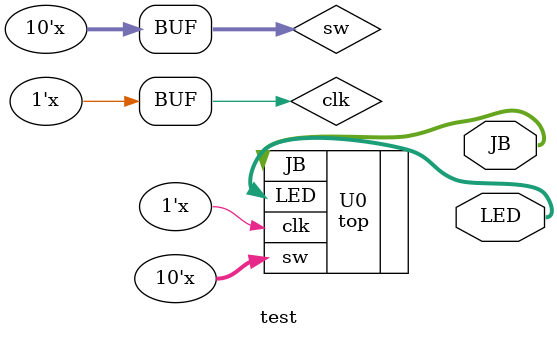
<source format=v>
`timescale 1ns / 1ps



module test(JB, LED); 
  
  output[3:0] JB;
  
  output[4:0] LED;
 
  reg clk;
  reg[9:0] sw = 10'b0000000000;
    
  top U0 ( 
  .JB    (JB),
  .LED   (LED),
  .clk   (clk),
  .sw    (sw)
  ); 
    
  initial 
  begin 
    clk = 0; //start clk at 0
  end 
  
  always
  #10000000 sw <= sw + 5'b10000; //keep changing the switches to iterate through input combinations
  
    
  always 
    #5 clk = !clk; //simulate 100 MHz main clock
    
endmodule 

</source>
